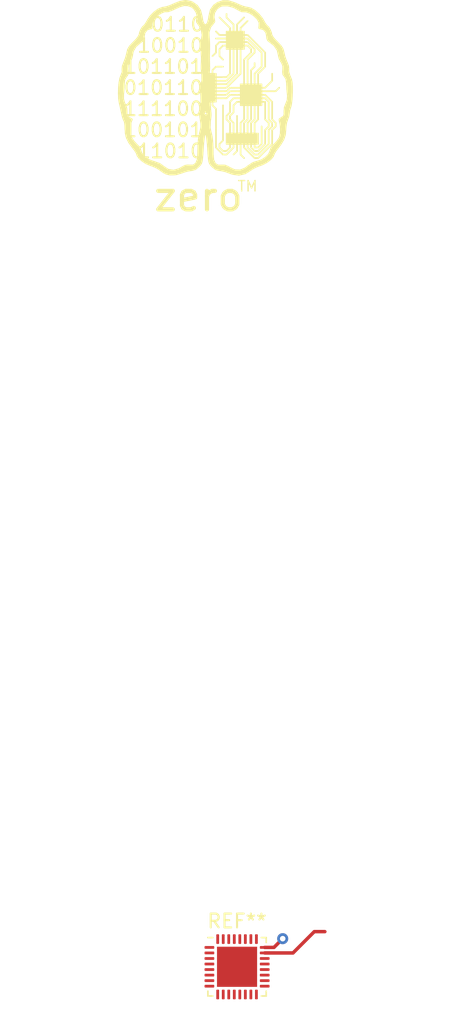
<source format=kicad_pcb>
(kicad_pcb (version 20171130) (host pcbnew "(5.1.12)-1")

  (general
    (thickness 1.6)
    (drawings 0)
    (tracks 7)
    (zones 0)
    (modules 2)
    (nets 1)
  )

  (page A4)
  (layers
    (0 F.Cu signal)
    (31 B.Cu signal)
    (32 B.Adhes user)
    (33 F.Adhes user)
    (34 B.Paste user)
    (35 F.Paste user)
    (36 B.SilkS user)
    (37 F.SilkS user)
    (38 B.Mask user)
    (39 F.Mask user)
    (40 Dwgs.User user)
    (41 Cmts.User user)
    (42 Eco1.User user)
    (43 Eco2.User user)
    (44 Edge.Cuts user)
    (45 Margin user)
    (46 B.CrtYd user)
    (47 F.CrtYd user)
    (48 B.Fab user)
    (49 F.Fab user)
  )

  (setup
    (last_trace_width 0.25)
    (trace_clearance 0.2)
    (zone_clearance 0.508)
    (zone_45_only no)
    (trace_min 0.2)
    (via_size 0.8)
    (via_drill 0.4)
    (via_min_size 0.4)
    (via_min_drill 0.3)
    (uvia_size 0.3)
    (uvia_drill 0.1)
    (uvias_allowed no)
    (uvia_min_size 0.2)
    (uvia_min_drill 0.1)
    (edge_width 0.05)
    (segment_width 0.2)
    (pcb_text_width 0.3)
    (pcb_text_size 1.5 1.5)
    (mod_edge_width 0.12)
    (mod_text_size 1 1)
    (mod_text_width 0.15)
    (pad_size 1.524 1.524)
    (pad_drill 0.762)
    (pad_to_mask_clearance 0)
    (aux_axis_origin 0 0)
    (visible_elements FFFFFF7F)
    (pcbplotparams
      (layerselection 0x010fc_ffffffff)
      (usegerberextensions false)
      (usegerberattributes true)
      (usegerberadvancedattributes true)
      (creategerberjobfile true)
      (excludeedgelayer true)
      (linewidth 0.100000)
      (plotframeref false)
      (viasonmask false)
      (mode 1)
      (useauxorigin false)
      (hpglpennumber 1)
      (hpglpenspeed 20)
      (hpglpendiameter 15.000000)
      (psnegative false)
      (psa4output false)
      (plotreference true)
      (plotvalue true)
      (plotinvisibletext false)
      (padsonsilk false)
      (subtractmaskfromsilk false)
      (outputformat 1)
      (mirror false)
      (drillshape 1)
      (scaleselection 1)
      (outputdirectory ""))
  )

  (net 0 "")

  (net_class Default "This is the default net class."
    (clearance 0.2)
    (trace_width 0.25)
    (via_dia 0.8)
    (via_drill 0.4)
    (uvia_dia 0.3)
    (uvia_drill 0.1)
  )

  (module logocircuit:brain (layer F.Cu) (tedit 628E04C4) (tstamp 628F59C7)
    (at 154.686 26.924)
    (fp_text reference G*** (at -0.508 -7.112) (layer F.SilkS) hide
      (effects (font (size 1.524 1.524) (thickness 0.3)))
    )
    (fp_text value LOGO (at -0.254 -9.398) (layer F.SilkS) hide
      (effects (font (size 1.524 1.524) (thickness 0.3)))
    )
    (fp_text user TM (at 3.048 7.112) (layer F.SilkS)
      (effects (font (size 0.75 0.75) (thickness 0.1)))
    )
    (fp_text user zero (at -0.508 7.874) (layer F.SilkS)
      (effects (font (size 2 2) (thickness 0.3)))
    )
    (fp_text user 11010 (at -2.54 4.572) (layer F.SilkS)
      (effects (font (size 1 1) (thickness 0.15)))
    )
    (fp_text user 100101 (at -3.048 3.048) (layer F.SilkS)
      (effects (font (size 1 1) (thickness 0.15)))
    )
    (fp_text user 111100 (at -3.048 1.524) (layer F.SilkS)
      (effects (font (size 1 1) (thickness 0.15)))
    )
    (fp_text user 010110 (at -3.048 0) (layer F.SilkS)
      (effects (font (size 1 1) (thickness 0.15)))
    )
    (fp_text user 101101 (at -3.048 -1.524) (layer F.SilkS)
      (effects (font (size 1 1) (thickness 0.15)))
    )
    (fp_text user 10010 (at -2.54 -3.048) (layer F.SilkS)
      (effects (font (size 1 1) (thickness 0.15)))
    )
    (fp_text user 0110 (at -2.032 -4.572) (layer F.SilkS)
      (effects (font (size 1 1) (thickness 0.15)))
    )
    (fp_poly (pts (xy -1.045911 -6.268262) (xy -0.926966 -6.221031) (xy -0.573585 -5.973217) (xy -0.329473 -5.613165)
      (xy -0.219494 -5.194311) (xy -0.158729 -4.826946) (xy -0.072164 -4.622602) (xy 0.02536 -4.581582)
      (xy 0.118997 -4.704191) (xy 0.193907 -4.990732) (xy 0.218733 -5.185346) (xy 0.329893 -5.63864)
      (xy 0.568685 -5.982875) (xy 0.863326 -6.189166) (xy 1.254673 -6.318736) (xy 1.673699 -6.311666)
      (xy 2.147245 -6.165746) (xy 2.362362 -6.065787) (xy 2.650458 -5.941546) (xy 2.917019 -5.860289)
      (xy 3.048374 -5.842) (xy 3.31279 -5.773451) (xy 3.613292 -5.591517) (xy 3.905431 -5.331772)
      (xy 4.144761 -5.029788) (xy 4.213581 -4.90945) (xy 4.340153 -4.684761) (xy 4.449565 -4.533993)
      (xy 4.490529 -4.500851) (xy 4.594766 -4.401495) (xy 4.709154 -4.209163) (xy 4.797766 -3.993825)
      (xy 4.825999 -3.847503) (xy 4.884045 -3.720619) (xy 5.035873 -3.525303) (xy 5.238246 -3.314132)
      (xy 5.485144 -3.055935) (xy 5.62694 -2.836933) (xy 5.698314 -2.600744) (xy 5.706156 -2.553398)
      (xy 5.785469 -2.227691) (xy 5.908948 -1.899862) (xy 5.933086 -1.850083) (xy 6.033513 -1.591196)
      (xy 6.058465 -1.382087) (xy 6.051406 -1.347547) (xy 6.054238 -1.166273) (xy 6.128776 -0.913375)
      (xy 6.167975 -0.823196) (xy 6.2499 -0.618123) (xy 6.298464 -0.395451) (xy 6.31955 -0.107683)
      (xy 6.319037 0.292678) (xy 6.31709 0.381) (xy 6.298545 0.762611) (xy 6.265369 1.096488)
      (xy 6.22307 1.335571) (xy 6.196344 1.4126) (xy 6.118837 1.64196) (xy 6.095478 1.835933)
      (xy 6.054481 2.088462) (xy 5.968478 2.316844) (xy 5.895103 2.54347) (xy 5.849464 2.849852)
      (xy 5.842 3.019549) (xy 5.80874 3.404717) (xy 5.694658 3.753024) (xy 5.478297 4.116305)
      (xy 5.281123 4.374582) (xy 5.120538 4.588305) (xy 5.016858 4.755896) (xy 4.995333 4.816136)
      (xy 4.923565 4.998186) (xy 4.735797 5.208453) (xy 4.473336 5.412473) (xy 4.177486 5.575781)
      (xy 4.011694 5.636874) (xy 3.703486 5.75093) (xy 3.424827 5.894322) (xy 3.31279 5.972912)
      (xy 2.881615 6.242692) (xy 2.426166 6.345245) (xy 1.943088 6.281001) (xy 1.681412 6.182526)
      (xy 1.391608 6.078437) (xy 1.108452 6.018646) (xy 1.028699 6.013192) (xy 0.76713 5.958507)
      (xy 0.513994 5.778907) (xy 0.469306 5.735573) (xy 0.353631 5.614429) (xy 0.273833 5.50066)
      (xy 0.220784 5.358794) (xy 0.18536 5.15336) (xy 0.158435 4.848887) (xy 0.131678 4.423239)
      (xy 0.102691 4.026936) (xy 0.068665 3.700572) (xy 0.033707 3.476494) (xy 0.001928 3.38705)
      (xy 0 3.386666) (xy -0.031417 3.465857) (xy -0.066289 3.681865) (xy -0.100508 4.002343)
      (xy -0.129965 4.394944) (xy -0.131679 4.423239) (xy -0.159101 4.8583) (xy -0.186131 5.159766)
      (xy -0.221896 5.36311) (xy -0.275521 5.503803) (xy -0.356132 5.617316) (xy -0.469307 5.735573)
      (xy -0.726618 5.938401) (xy -0.982813 6.011576) (xy -1.0287 6.013192) (xy -1.28407 6.050539)
      (xy -1.583509 6.14189) (xy -1.681413 6.182526) (xy -2.131011 6.317891) (xy -2.577395 6.330319)
      (xy -2.867676 6.25893) (xy -3.07112 6.14831) (xy -3.294882 5.987793) (xy -3.311192 5.974257)
      (xy -3.535552 5.831912) (xy -3.838371 5.695554) (xy -4.011695 5.636874) (xy -4.308167 5.511669)
      (xy -4.594514 5.326339) (xy -4.829432 5.115351) (xy -4.971614 4.91317) (xy -4.995334 4.816136)
      (xy -5.045052 4.704934) (xy -5.172602 4.51527) (xy -5.281124 4.374582) (xy -5.567783 3.984037)
      (xy -5.741816 3.641094) (xy -5.825374 3.290849) (xy -5.842001 2.984471) (xy -5.854552 2.70321)
      (xy -5.887 2.489961) (xy -5.92016 2.408766) (xy -5.981148 2.283941) (xy -6.049723 2.055151)
      (xy -6.08383 1.905) (xy -6.156051 1.566637) (xy -6.234685 1.225433) (xy -6.259385 1.125004)
      (xy -6.309379 0.806344) (xy -6.310653 0.778638) (xy -5.903992 0.778638) (xy -5.828102 1.060259)
      (xy -5.777603 1.165454) (xy -5.658742 1.506921) (xy -5.650579 1.750552) (xy -5.65218 1.958282)
      (xy -5.555983 2.082248) (xy -5.490672 2.120604) (xy -5.316693 2.21608) (xy -5.263137 2.288305)
      (xy -5.302435 2.396321) (xy -5.334196 2.455699) (xy -5.413635 2.732447) (xy -5.425639 3.084129)
      (xy -5.372418 3.431328) (xy -5.301764 3.621142) (xy -5.144391 3.850602) (xy -4.935519 4.071936)
      (xy -4.913708 4.090782) (xy -4.747009 4.275098) (xy -4.6602 4.45708) (xy -4.656667 4.490333)
      (xy -4.581933 4.715496) (xy -4.386669 4.945821) (xy -4.114277 5.144056) (xy -3.808164 5.27295)
      (xy -3.72331 5.291376) (xy -3.287579 5.449533) (xy -3.02659 5.640719) (xy -2.672442 5.869657)
      (xy -2.305422 5.929846) (xy -1.924111 5.821369) (xy -1.746987 5.717215) (xy -1.480939 5.574834)
      (xy -1.247017 5.548901) (xy -1.182541 5.558925) (xy -0.906519 5.559166) (xy -0.718296 5.426493)
      (xy -0.612397 5.153864) (xy -0.58295 4.787449) (xy -0.574126 4.220078) (xy -0.545739 3.780654)
      (xy -0.493792 3.428506) (xy -0.421496 3.14583) (xy -0.356514 2.857985) (xy -0.359743 2.573915)
      (xy -0.403908 2.316305) (xy -0.455501 1.922897) (xy -0.444418 1.829869) (xy -0.055563 1.829869)
      (xy -0.042334 1.862666) (xy 0.033748 1.943437) (xy 0.04733 1.947333) (xy 0.083695 1.881827)
      (xy 0.084666 1.862666) (xy 0.019578 1.781253) (xy -0.004997 1.778) (xy -0.055563 1.829869)
      (xy -0.444418 1.829869) (xy -0.423017 1.650238) (xy -0.421535 1.646269) (xy -0.381628 1.453276)
      (xy -0.35906 1.16562) (xy -0.3534 0.835847) (xy -0.364215 0.516498) (xy -0.391072 0.260118)
      (xy -0.43354 0.119251) (xy -0.434109 0.118518) (xy -0.449893 -0.021867) (xy -0.374459 -0.241606)
      (xy -0.370715 -0.24918) (xy -0.279607 -0.537263) (xy -0.280139 -0.564643) (xy 0.276357 -0.564643)
      (xy 0.358298 -0.274841) (xy 0.370714 -0.24918) (xy 0.454792 -0.005995) (xy 0.423588 0.126692)
      (xy 0.395876 0.244297) (xy 0.379963 0.485884) (xy 0.375491 0.80654) (xy 0.382102 1.161349)
      (xy 0.399439 1.505399) (xy 0.427143 1.793774) (xy 0.437414 1.862666) (xy 0.436193 2.017636)
      (xy 0.408844 2.265857) (xy 0.387802 2.400259) (xy 0.367537 2.882435) (xy 0.426418 3.162259)
      (xy 0.50182 3.466673) (xy 0.550527 3.828244) (xy 0.576288 4.285901) (xy 0.582949 4.787449)
      (xy 0.620128 5.190677) (xy 0.734755 5.447672) (xy 0.932304 5.56548) (xy 1.18254 5.558925)
      (xy 1.419448 5.55759) (xy 1.670427 5.66764) (xy 1.746986 5.717215) (xy 2.134047 5.901957)
      (xy 2.505361 5.918254) (xy 2.864786 5.765855) (xy 3.03316 5.633667) (xy 3.422886 5.37289)
      (xy 3.731904 5.281305) (xy 4.036678 5.181167) (xy 4.320705 5.00097) (xy 4.540109 4.778106)
      (xy 4.651014 4.549965) (xy 4.656666 4.493213) (xy 4.717375 4.329094) (xy 4.869818 4.131631)
      (xy 4.942566 4.061802) (xy 5.147901 3.845062) (xy 5.305417 3.616054) (xy 5.332032 3.56075)
      (xy 5.386961 3.307446) (xy 5.39979 2.97122) (xy 5.372448 2.63266) (xy 5.306862 2.372353)
      (xy 5.303412 2.36458) (xy 5.310106 2.237906) (xy 5.466985 2.129344) (xy 5.62175 2.029192)
      (xy 5.663589 1.883381) (xy 5.65133 1.75568) (xy 5.677041 1.423431) (xy 5.777602 1.165454)
      (xy 5.888182 0.87835) (xy 5.905167 0.574163) (xy 5.891896 0.444538) (xy 5.859826 0.111329)
      (xy 5.843823 -0.222869) (xy 5.843401 -0.302236) (xy 5.799247 -0.619046) (xy 5.683787 -0.79427)
      (xy 5.576107 -0.941429) (xy 5.552988 -1.147018) (xy 5.566301 -1.280666) (xy 5.570697 -1.567387)
      (xy 5.476156 -1.798915) (xy 5.430547 -1.864705) (xy 5.305662 -2.09438) (xy 5.249567 -2.317617)
      (xy 5.249333 -2.32911) (xy 5.169631 -2.687844) (xy 4.949292 -3.014611) (xy 4.701052 -3.216065)
      (xy 4.499931 -3.368126) (xy 4.415429 -3.530824) (xy 4.402666 -3.683858) (xy 4.342927 -3.974827)
      (xy 4.181664 -4.169126) (xy 3.966558 -4.233334) (xy 3.850919 -4.259762) (xy 3.830898 -4.371353)
      (xy 3.849809 -4.475842) (xy 3.854681 -4.690567) (xy 3.747165 -4.899659) (xy 3.688187 -4.973728)
      (xy 3.460232 -5.187786) (xy 3.194241 -5.356491) (xy 2.942016 -5.453004) (xy 2.762396 -5.453402)
      (xy 2.609812 -5.464988) (xy 2.410792 -5.560136) (xy 2.385908 -5.577148) (xy 2.00999 -5.779362)
      (xy 1.611616 -5.885355) (xy 1.246274 -5.883684) (xy 1.100944 -5.842115) (xy 0.847047 -5.661019)
      (xy 0.684941 -5.395882) (xy 0.641877 -5.102693) (xy 0.6733 -4.963609) (xy 0.706665 -4.772317)
      (xy 0.624828 -4.648225) (xy 0.400719 -4.362442) (xy 0.287709 -4.003653) (xy 0.29138 -3.735317)
      (xy 0.317882 -3.48267) (xy 0.331441 -3.145117) (xy 0.330595 -2.878667) (xy 0.322548 -2.381244)
      (xy 0.323622 -1.920747) (xy 0.333491 -1.553697) (xy 0.338773 -1.4605) (xy 0.333066 -1.289264)
      (xy 0.306737 -1.031677) (xy 0.291355 -0.918032) (xy 0.276357 -0.564643) (xy -0.280139 -0.564643)
      (xy -0.286305 -0.881621) (xy -0.291356 -0.918032) (xy -0.324196 -1.18778) (xy -0.339354 -1.40481)
      (xy -0.338774 -1.4605) (xy -0.321772 -2.118113) (xy -0.351931 -2.81811) (xy -0.353376 -2.836334)
      (xy -0.362478 -3.143282) (xy -0.34336 -3.405156) (xy -0.313451 -3.528355) (xy -0.268801 -3.809222)
      (xy -0.328367 -4.141799) (xy -0.476672 -4.458008) (xy -0.546018 -4.551431) (xy -0.676572 -4.745654)
      (xy -0.684096 -4.893403) (xy -0.663958 -4.937575) (xy -0.625396 -5.159838) (xy -0.695146 -5.42261)
      (xy -0.847384 -5.663052) (xy -1.018848 -5.80114) (xy -1.272259 -5.89908) (xy -1.524652 -5.910781)
      (xy -1.822312 -5.830915) (xy -2.186369 -5.666779) (xy -2.458766 -5.543585) (xy -2.675744 -5.469069)
      (xy -2.790917 -5.459114) (xy -2.791621 -5.45953) (xy -2.936481 -5.462537) (xy -3.156029 -5.376649)
      (xy -3.401139 -5.228486) (xy -3.622683 -5.044667) (xy -3.688188 -4.973728) (xy -3.834826 -4.751733)
      (xy -3.861805 -4.546505) (xy -3.84981 -4.475842) (xy -3.83029 -4.302613) (xy -3.894571 -4.239095)
      (xy -3.966559 -4.233334) (xy -4.197496 -4.158066) (xy -4.351707 -3.954882) (xy -4.402667 -3.683858)
      (xy -4.431898 -3.474786) (xy -4.548221 -3.322642) (xy -4.701053 -3.216065) (xy -5.010631 -2.94506)
      (xy -5.201284 -2.606964) (xy -5.249334 -2.32911) (xy -5.299541 -2.110069) (xy -5.421313 -1.877479)
      (xy -5.430548 -1.864705) (xy -5.555764 -1.631633) (xy -5.576005 -1.369351) (xy -5.566302 -1.280666)
      (xy -5.555914 -1.025034) (xy -5.622472 -0.859354) (xy -5.683788 -0.79427) (xy -5.812617 -0.577833)
      (xy -5.843402 -0.302236) (xy -5.85309 0.007587) (xy -5.881322 0.354562) (xy -5.891897 0.444538)
      (xy -5.903992 0.778638) (xy -6.310653 0.778638) (xy -6.327461 0.413376) (xy -6.316387 -0.003962)
      (xy -6.27891 -0.395734) (xy -6.217783 -0.711999) (xy -6.14853 -0.885321) (xy -6.05241 -1.140367)
      (xy -6.05868 -1.302162) (xy -6.050732 -1.537371) (xy -5.94468 -1.829434) (xy -5.943533 -1.831702)
      (xy -5.820801 -2.136663) (xy -5.72823 -2.474574) (xy -5.716217 -2.54) (xy -5.65186 -2.790101)
      (xy -5.527172 -3.007611) (xy -5.30659 -3.250391) (xy -5.240404 -3.314132) (xy -5.029308 -3.534083)
      (xy -4.880042 -3.727204) (xy -4.826001 -3.847503) (xy -4.786196 -4.028677) (xy -4.690734 -4.24504)
      (xy -4.57554 -4.426624) (xy -4.49053 -4.500851) (xy -4.405926 -4.587724) (xy -4.28473 -4.777186)
      (xy -4.213582 -4.90945) (xy -4.006538 -5.218224) (xy -3.729522 -5.498495) (xy -3.426982 -5.71469)
      (xy -3.143364 -5.831237) (xy -3.048375 -5.842001) (xy -2.838569 -5.879933) (xy -2.557279 -5.977378)
      (xy -2.367842 -6.063036) (xy -1.86889 -6.26642) (xy -1.437788 -6.333783) (xy -1.045911 -6.268262)) (layer F.SilkS) (width 0.01))
    (fp_poly (pts (xy 0.762 1.016) (xy 0 1.016) (xy 0 -1.016) (xy 0.762 -1.016)) (layer F.SilkS) (width 0.1))
    (fp_line (start 0.762 -0.762) (end 1.27 -0.762) (layer F.SilkS) (width 0.12))
    (fp_line (start 0.762 -0.508) (end 1.27 -0.508) (layer F.SilkS) (width 0.12))
    (fp_line (start 1.27 -0.508) (end 1.524 -0.508) (layer F.SilkS) (width 0.12))
    (fp_poly (pts (xy 2.794 -2.794) (xy 1.524 -2.794) (xy 1.524 -4.064) (xy 2.794 -4.064)) (layer F.SilkS) (width 0.1))
    (fp_poly (pts (xy 4.064 1.27) (xy 2.54 1.27) (xy 2.54 -0.254) (xy 4.064 -0.254)) (layer F.SilkS) (width 0.1))
    (fp_line (start 1.778 -2.794) (end 1.778 -1.016) (layer F.SilkS) (width 0.12))
    (fp_line (start 1.524 -0.762) (end 1.27 -0.762) (layer F.SilkS) (width 0.12))
    (fp_line (start 1.27 -0.762) (end 1.524 -0.762) (layer F.SilkS) (width 0.12))
    (fp_line (start 1.524 -0.762) (end 1.778 -1.016) (layer F.SilkS) (width 0.12))
    (fp_line (start 1.524 -0.508) (end 2.032 -1.016) (layer F.SilkS) (width 0.12))
    (fp_line (start 2.032 -1.016) (end 2.032 -2.794) (layer F.SilkS) (width 0.12))
    (fp_line (start 2.286 -2.794) (end 2.286 -1.016) (layer F.SilkS) (width 0.12))
    (fp_line (start 2.286 -1.016) (end 1.524 -0.254) (layer F.SilkS) (width 0.12))
    (fp_line (start 1.524 -0.254) (end 0.762 -0.254) (layer F.SilkS) (width 0.12))
    (fp_line (start 0.762 -0.254) (end 0.762 0) (layer F.SilkS) (width 0.12))
    (fp_line (start 0.762 0) (end 1.524 0) (layer F.SilkS) (width 0.12))
    (fp_line (start 1.524 0) (end 2.54 -1.016) (layer F.SilkS) (width 0.12))
    (fp_line (start 2.54 -1.016) (end 2.54 -3.048) (layer F.SilkS) (width 0.12))
    (fp_line (start 1.524 -3.048) (end 1.27 -3.048) (layer F.SilkS) (width 0.12))
    (fp_line (start 1.524 -3.302) (end 1.27 -3.302) (layer F.SilkS) (width 0.12))
    (fp_line (start 1.524 -3.556) (end 0.762 -3.556) (layer F.SilkS) (width 0.12))
    (fp_line (start 1.524 -3.81) (end 1.016 -3.81) (layer F.SilkS) (width 0.12))
    (fp_line (start 1.016 -3.81) (end 0.762 -4.064) (layer F.SilkS) (width 0.12))
    (fp_line (start 2.794 -3.048) (end 3.048 -3.048) (layer F.SilkS) (width 0.12))
    (fp_line (start 3.048 -3.048) (end 3.302 -2.794) (layer F.SilkS) (width 0.12))
    (fp_line (start 3.302 -2.794) (end 3.302 -2.54) (layer F.SilkS) (width 0.12))
    (fp_line (start 3.302 -2.54) (end 3.048 -2.286) (layer F.SilkS) (width 0.12))
    (fp_line (start 3.048 -2.286) (end 2.794 -2.032) (layer F.SilkS) (width 0.12))
    (fp_line (start 3.048 -1.778) (end 3.048 -2.032) (layer F.SilkS) (width 0.12))
    (fp_line (start 3.048 -2.032) (end 3.556 -2.54) (layer F.SilkS) (width 0.12))
    (fp_line (start 3.556 -2.54) (end 3.556 -2.794) (layer F.SilkS) (width 0.12))
    (fp_line (start 3.556 -2.794) (end 3.048 -3.302) (layer F.SilkS) (width 0.12))
    (fp_line (start 3.048 -3.302) (end 2.54 -3.302) (layer F.SilkS) (width 0.12))
    (fp_line (start 2.794 -3.556) (end 3.048 -3.556) (layer F.SilkS) (width 0.12))
    (fp_line (start 3.048 -3.556) (end 3.81 -2.794) (layer F.SilkS) (width 0.12))
    (fp_line (start 4.064 -2.794) (end 3.048 -3.81) (layer F.SilkS) (width 0.12))
    (fp_line (start 3.048 -3.81) (end 2.794 -3.81) (layer F.SilkS) (width 0.12))
    (fp_line (start 1.778 -4.064) (end 1.778 -4.318) (layer F.SilkS) (width 0.12))
    (fp_line (start 1.778 -4.318) (end 1.016 -5.08) (layer F.SilkS) (width 0.12))
    (fp_line (start 2.032 -4.064) (end 2.032 -4.572) (layer F.SilkS) (width 0.12))
    (fp_line (start 2.032 -4.572) (end 1.524 -5.08) (layer F.SilkS) (width 0.12))
    (fp_line (start 2.286 -4.064) (end 2.286 -4.572) (layer F.SilkS) (width 0.12))
    (fp_line (start 2.286 -4.572) (end 2.794 -5.08) (layer F.SilkS) (width 0.12))
    (fp_line (start 2.54 -4.064) (end 2.54 -4.318) (layer F.SilkS) (width 0.12))
    (fp_line (start 2.54 -4.318) (end 3.048 -4.826) (layer F.SilkS) (width 0.12))
    (fp_line (start 1.524 -5.08) (end 1.524 -5.334) (layer F.SilkS) (width 0.12))
    (fp_line (start 0.762 0.254) (end 1.27 0.254) (layer F.SilkS) (width 0.12))
    (fp_line (start 0.762 0.508) (end 1.27 0.508) (layer F.SilkS) (width 0.12))
    (fp_line (start 0.762 0.762) (end 1.27 0.762) (layer F.SilkS) (width 0.12))
    (fp_line (start 0.508 1.016) (end 0.508 1.27) (layer F.SilkS) (width 0.12))
    (fp_line (start 0.508 1.27) (end 0.762 1.524) (layer F.SilkS) (width 0.12))
    (fp_line (start 0.762 1.524) (end 0.762 3.048) (layer F.SilkS) (width 0.12))
    (fp_line (start 1.27 -3.048) (end 1.016 -2.794) (layer F.SilkS) (width 0.12))
    (fp_line (start 1.016 -2.794) (end 1.016 -2.54) (layer F.SilkS) (width 0.12))
    (fp_line (start 1.016 -2.54) (end 1.016 -2.286) (layer F.SilkS) (width 0.12))
    (fp_line (start 1.016 -2.286) (end 1.27 -2.032) (layer F.SilkS) (width 0.12))
    (fp_line (start 0.508 -1.016) (end 0.508 -1.27) (layer F.SilkS) (width 0.12))
    (fp_line (start 0.508 -1.27) (end 0.762 -1.524) (layer F.SilkS) (width 0.12))
    (fp_line (start 0.762 -1.524) (end 1.27 -1.524) (layer F.SilkS) (width 0.12))
    (fp_line (start 1.27 -3.302) (end 1.016 -3.302) (layer F.SilkS) (width 0.12))
    (fp_line (start 1.016 -3.302) (end 0.762 -3.048) (layer F.SilkS) (width 0.12))
    (fp_line (start 0.762 -3.048) (end 0.762 -2.54) (layer F.SilkS) (width 0.12))
    (fp_line (start 0.762 -2.54) (end 0.508 -2.286) (layer F.SilkS) (width 0.12))
    (fp_poly (pts (xy 3.81 4.064) (xy 1.524 4.064) (xy 1.524 3.302) (xy 3.81 3.302)) (layer F.SilkS) (width 0.1))
    (fp_line (start 2.54 0) (end 2.286 0) (layer F.SilkS) (width 0.12))
    (fp_line (start 2.286 0.254) (end 2.54 0.254) (layer F.SilkS) (width 0.12))
    (fp_line (start 2.286 0.508) (end 2.54 0.508) (layer F.SilkS) (width 0.12))
    (fp_line (start 2.286 0.762) (end 2.54 0.762) (layer F.SilkS) (width 0.12))
    (fp_line (start 2.286 1.016) (end 2.54 1.016) (layer F.SilkS) (width 0.12))
    (fp_line (start 2.794 1.27) (end 2.794 1.524) (layer F.SilkS) (width 0.12))
    (fp_line (start 3.048 1.27) (end 3.048 1.524) (layer F.SilkS) (width 0.12))
    (fp_line (start 3.302 1.27) (end 3.302 1.524) (layer F.SilkS) (width 0.12))
    (fp_line (start 3.556 1.27) (end 3.556 1.524) (layer F.SilkS) (width 0.12))
    (fp_line (start 3.81 1.27) (end 3.81 1.524) (layer F.SilkS) (width 0.12))
    (fp_line (start 4.064 1.016) (end 4.318 1.016) (layer F.SilkS) (width 0.12))
    (fp_line (start 4.064 0.762) (end 4.318 0.762) (layer F.SilkS) (width 0.12))
    (fp_line (start 4.064 0.508) (end 4.318 0.508) (layer F.SilkS) (width 0.12))
    (fp_line (start 4.064 0.254) (end 4.318 0.254) (layer F.SilkS) (width 0.12))
    (fp_line (start 4.064 0) (end 4.318 0) (layer F.SilkS) (width 0.12))
    (fp_line (start 3.81 -0.254) (end 3.81 -0.508) (layer F.SilkS) (width 0.12))
    (fp_line (start 3.556 -0.254) (end 3.556 -0.508) (layer F.SilkS) (width 0.12))
    (fp_line (start 3.302 -0.254) (end 3.302 -0.508) (layer F.SilkS) (width 0.12))
    (fp_line (start 3.048 -0.254) (end 3.048 -0.508) (layer F.SilkS) (width 0.12))
    (fp_line (start 2.794 -0.508) (end 2.794 -0.254) (layer F.SilkS) (width 0.12))
    (fp_line (start 1.778 3.048) (end 1.778 3.302) (layer F.SilkS) (width 0.12))
    (fp_line (start 1.778 3.302) (end 2.032 3.302) (layer F.SilkS) (width 0.12))
    (fp_line (start 2.032 3.302) (end 2.032 3.048) (layer F.SilkS) (width 0.12))
    (fp_line (start 2.286 3.048) (end 2.286 3.302) (layer F.SilkS) (width 0.12))
    (fp_line (start 2.286 3.302) (end 2.54 3.302) (layer F.SilkS) (width 0.12))
    (fp_line (start 2.54 3.302) (end 2.54 3.048) (layer F.SilkS) (width 0.12))
    (fp_line (start 2.794 3.048) (end 2.794 3.302) (layer F.SilkS) (width 0.12))
    (fp_line (start 2.794 3.302) (end 3.048 3.302) (layer F.SilkS) (width 0.12))
    (fp_line (start 3.048 3.302) (end 3.048 3.048) (layer F.SilkS) (width 0.12))
    (fp_line (start 3.302 3.048) (end 3.302 3.302) (layer F.SilkS) (width 0.12))
    (fp_line (start 3.302 3.302) (end 3.556 3.302) (layer F.SilkS) (width 0.12))
    (fp_line (start 3.556 3.302) (end 3.556 3.048) (layer F.SilkS) (width 0.12))
    (fp_line (start 1.778 4.318) (end 1.778 4.064) (layer F.SilkS) (width 0.12))
    (fp_line (start 1.778 4.064) (end 2.032 4.064) (layer F.SilkS) (width 0.12))
    (fp_line (start 2.032 4.064) (end 2.032 4.318) (layer F.SilkS) (width 0.12))
    (fp_line (start 2.286 4.318) (end 2.286 4.064) (layer F.SilkS) (width 0.12))
    (fp_line (start 2.286 4.064) (end 2.54 4.064) (layer F.SilkS) (width 0.12))
    (fp_line (start 2.54 4.064) (end 2.54 4.318) (layer F.SilkS) (width 0.12))
    (fp_line (start 2.794 4.318) (end 2.794 4.064) (layer F.SilkS) (width 0.12))
    (fp_line (start 2.794 4.064) (end 3.048 4.064) (layer F.SilkS) (width 0.12))
    (fp_line (start 3.048 4.064) (end 3.048 4.318) (layer F.SilkS) (width 0.12))
    (fp_line (start 3.302 4.318) (end 3.302 4.064) (layer F.SilkS) (width 0.12))
    (fp_line (start 3.302 4.064) (end 3.556 4.064) (layer F.SilkS) (width 0.12))
    (fp_line (start 3.556 4.064) (end 3.556 4.318) (layer F.SilkS) (width 0.12))
    (fp_line (start 2.794 -2.032) (end 2.794 -0.508) (layer F.SilkS) (width 0.12))
    (fp_line (start 3.048 -1.778) (end 3.048 -0.508) (layer F.SilkS) (width 0.12))
    (fp_line (start 3.81 -2.794) (end 4.064 -2.54) (layer F.SilkS) (width 0.12))
    (fp_line (start 4.064 -2.54) (end 4.064 -1.524) (layer F.SilkS) (width 0.12))
    (fp_line (start 4.064 -1.524) (end 3.81 -1.27) (layer F.SilkS) (width 0.12))
    (fp_line (start 3.81 -1.27) (end 3.556 -1.016) (layer F.SilkS) (width 0.12))
    (fp_line (start 3.556 -1.016) (end 3.556 -0.508) (layer F.SilkS) (width 0.12))
    (fp_line (start 3.81 -0.508) (end 3.81 -1.016) (layer F.SilkS) (width 0.12))
    (fp_line (start 3.81 -1.016) (end 4.318 -1.524) (layer F.SilkS) (width 0.12))
    (fp_line (start 4.318 -1.524) (end 4.318 -2.54) (layer F.SilkS) (width 0.12))
    (fp_line (start 4.318 -2.54) (end 4.064 -2.794) (layer F.SilkS) (width 0.12))
    (fp_line (start 3.302 -0.508) (end 3.302 -1.016) (layer F.SilkS) (width 0.12))
    (fp_line (start 3.302 -1.016) (end 3.302 -1.27) (layer F.SilkS) (width 0.12))
    (fp_line (start 3.302 -1.27) (end 3.556 -1.524) (layer F.SilkS) (width 0.12))
    (fp_line (start 3.556 -1.524) (end 3.556 -1.778) (layer F.SilkS) (width 0.12))
    (fp_line (start 1.27 0.254) (end 1.524 0.254) (layer F.SilkS) (width 0.12))
    (fp_line (start 1.524 0.254) (end 1.778 0) (layer F.SilkS) (width 0.12))
    (fp_line (start 1.778 0) (end 2.286 0) (layer F.SilkS) (width 0.12))
    (fp_line (start 1.27 0.508) (end 1.524 0.508) (layer F.SilkS) (width 0.12))
    (fp_line (start 1.524 0.508) (end 1.778 0.254) (layer F.SilkS) (width 0.12))
    (fp_line (start 1.778 0.254) (end 2.286 0.254) (layer F.SilkS) (width 0.12))
    (fp_line (start 1.27 0.762) (end 1.524 0.762) (layer F.SilkS) (width 0.12))
    (fp_line (start 1.524 0.762) (end 1.778 0.508) (layer F.SilkS) (width 0.12))
    (fp_line (start 1.778 0.508) (end 2.286 0.508) (layer F.SilkS) (width 0.12))
    (fp_line (start 2.286 0.762) (end 2.032 0.762) (layer F.SilkS) (width 0.12))
    (fp_line (start 2.032 0.762) (end 1.778 1.016) (layer F.SilkS) (width 0.12))
    (fp_line (start 2.286 1.016) (end 2.032 1.27) (layer F.SilkS) (width 0.12))
    (fp_line (start 2.286 3.048) (end 2.286 2.286) (layer F.SilkS) (width 0.12))
    (fp_line (start 2.032 3.048) (end 2.032 2.54) (layer F.SilkS) (width 0.12))
    (fp_line (start 2.032 1.524) (end 2.032 1.27) (layer F.SilkS) (width 0.12))
    (fp_line (start 1.778 1.016) (end 1.778 1.524) (layer F.SilkS) (width 0.12))
    (fp_line (start 1.778 2.54) (end 1.778 3.048) (layer F.SilkS) (width 0.12))
    (fp_line (start 2.286 2.032) (end 2.286 2.286) (layer F.SilkS) (width 0.12))
    (fp_line (start 2.54 3.048) (end 2.54 2.54) (layer F.SilkS) (width 0.12))
    (fp_line (start 2.54 2.54) (end 2.794 2.286) (layer F.SilkS) (width 0.12))
    (fp_line (start 2.794 2.286) (end 2.794 1.778) (layer F.SilkS) (width 0.12))
    (fp_line (start 2.794 1.524) (end 2.794 1.778) (layer F.SilkS) (width 0.12))
    (fp_line (start 3.048 1.524) (end 3.048 2.286) (layer F.SilkS) (width 0.12))
    (fp_line (start 3.048 2.286) (end 2.794 2.54) (layer F.SilkS) (width 0.12))
    (fp_line (start 2.794 2.54) (end 2.794 3.048) (layer F.SilkS) (width 0.12))
    (fp_line (start 3.048 3.048) (end 3.048 2.54) (layer F.SilkS) (width 0.12))
    (fp_line (start 3.048 2.54) (end 3.302 2.286) (layer F.SilkS) (width 0.12))
    (fp_line (start 3.302 2.286) (end 3.302 1.524) (layer F.SilkS) (width 0.12))
    (fp_line (start 3.302 3.048) (end 3.302 2.54) (layer F.SilkS) (width 0.12))
    (fp_line (start 3.302 2.54) (end 3.556 2.286) (layer F.SilkS) (width 0.12))
    (fp_line (start 3.556 2.286) (end 3.556 1.524) (layer F.SilkS) (width 0.12))
    (fp_line (start 3.556 3.048) (end 3.556 2.54) (layer F.SilkS) (width 0.12))
    (fp_line (start 3.556 2.54) (end 3.81 2.286) (layer F.SilkS) (width 0.12))
    (fp_line (start 3.81 2.286) (end 3.81 1.524) (layer F.SilkS) (width 0.12))
    (fp_line (start 1.778 4.318) (end 1.524 4.572) (layer F.SilkS) (width 0.12))
    (fp_line (start 1.524 4.572) (end 1.27 4.572) (layer F.SilkS) (width 0.12))
    (fp_line (start 1.27 4.572) (end 1.016 4.318) (layer F.SilkS) (width 0.12))
    (fp_line (start 1.016 4.064) (end 1.016 4.318) (layer F.SilkS) (width 0.12))
    (fp_line (start 1.016 4.318) (end 1.016 4.064) (layer F.SilkS) (width 0.12))
    (fp_line (start 1.016 4.064) (end 1.27 3.81) (layer F.SilkS) (width 0.12))
    (fp_line (start 1.27 3.81) (end 1.27 2.794) (layer F.SilkS) (width 0.12))
    (fp_line (start 1.27 2.794) (end 1.27 2.54) (layer F.SilkS) (width 0.12))
    (fp_line (start 1.27 2.54) (end 1.27 1.27) (layer F.SilkS) (width 0.12))
    (fp_line (start 0.762 3.048) (end 0.762 4.318) (layer F.SilkS) (width 0.12))
    (fp_line (start 0.762 4.318) (end 1.27 4.826) (layer F.SilkS) (width 0.12))
    (fp_line (start 1.27 4.826) (end 1.524 4.826) (layer F.SilkS) (width 0.12))
    (fp_line (start 1.524 4.826) (end 2.032 4.318) (layer F.SilkS) (width 0.12))
    (fp_line (start 3.556 4.318) (end 3.81 4.318) (layer F.SilkS) (width 0.12))
    (fp_line (start 3.81 4.318) (end 4.064 4.064) (layer F.SilkS) (width 0.12))
    (fp_line (start 4.318 1.27) (end 4.318 1.016) (layer F.SilkS) (width 0.12))
    (fp_line (start 4.064 4.064) (end 4.064 2.794) (layer F.SilkS) (width 0.12))
    (fp_line (start 3.302 4.318) (end 3.556 4.572) (layer F.SilkS) (width 0.12))
    (fp_line (start 3.556 4.572) (end 3.81 4.572) (layer F.SilkS) (width 0.12))
    (fp_line (start 3.81 4.572) (end 4.318 4.064) (layer F.SilkS) (width 0.12))
    (fp_line (start 4.318 4.064) (end 4.318 3.048) (layer F.SilkS) (width 0.12))
    (fp_line (start 4.318 3.048) (end 4.572 2.794) (layer F.SilkS) (width 0.12))
    (fp_line (start 4.572 2.794) (end 4.572 2.54) (layer F.SilkS) (width 0.12))
    (fp_line (start 4.572 2.54) (end 4.318 2.286) (layer F.SilkS) (width 0.12))
    (fp_line (start 4.318 2.286) (end 4.318 1.27) (layer F.SilkS) (width 0.12))
    (fp_line (start 2.032 1.524) (end 2.032 1.778) (layer F.SilkS) (width 0.12))
    (fp_line (start 2.032 1.778) (end 1.778 2.032) (layer F.SilkS) (width 0.12))
    (fp_line (start 1.778 2.032) (end 1.778 2.286) (layer F.SilkS) (width 0.12))
    (fp_line (start 1.778 2.286) (end 2.032 2.54) (layer F.SilkS) (width 0.12))
    (fp_line (start 1.778 1.524) (end 1.778 1.778) (layer F.SilkS) (width 0.12))
    (fp_line (start 1.778 1.778) (end 1.524 2.032) (layer F.SilkS) (width 0.12))
    (fp_line (start 1.524 2.032) (end 1.524 2.286) (layer F.SilkS) (width 0.12))
    (fp_line (start 1.524 2.286) (end 1.778 2.54) (layer F.SilkS) (width 0.12))
    (fp_line (start 3.048 4.318) (end 3.556 4.826) (layer F.SilkS) (width 0.12))
    (fp_line (start 3.556 4.826) (end 3.81 4.826) (layer F.SilkS) (width 0.12))
    (fp_line (start 3.81 4.826) (end 4.572 4.064) (layer F.SilkS) (width 0.12))
    (fp_line (start 4.572 4.064) (end 4.572 3.048) (layer F.SilkS) (width 0.12))
    (fp_line (start 4.572 3.048) (end 4.826 2.794) (layer F.SilkS) (width 0.12))
    (fp_line (start 4.826 2.794) (end 4.826 2.54) (layer F.SilkS) (width 0.12))
    (fp_line (start 4.826 2.54) (end 4.572 2.286) (layer F.SilkS) (width 0.12))
    (fp_line (start 4.572 2.286) (end 4.572 1.016) (layer F.SilkS) (width 0.12))
    (fp_line (start 4.572 1.016) (end 4.318 0.762) (layer F.SilkS) (width 0.12))
    (fp_line (start 2.794 4.318) (end 3.556 5.08) (layer F.SilkS) (width 0.12))
    (fp_line (start 3.556 5.08) (end 3.81 5.08) (layer F.SilkS) (width 0.12))
    (fp_line (start 3.81 5.08) (end 4.826 4.064) (layer F.SilkS) (width 0.12))
    (fp_line (start 4.826 4.064) (end 4.826 3.048) (layer F.SilkS) (width 0.12))
    (fp_line (start 4.826 3.048) (end 5.08 2.794) (layer F.SilkS) (width 0.12))
    (fp_line (start 5.08 2.794) (end 5.08 2.54) (layer F.SilkS) (width 0.12))
    (fp_line (start 5.08 2.54) (end 4.826 2.286) (layer F.SilkS) (width 0.12))
    (fp_line (start 4.826 2.286) (end 4.826 1.016) (layer F.SilkS) (width 0.12))
    (fp_line (start 4.826 1.016) (end 4.318 0.508) (layer F.SilkS) (width 0.12))
    (fp_line (start 2.54 4.318) (end 2.54 4.826) (layer F.SilkS) (width 0.12))
    (fp_line (start 2.54 4.826) (end 2.794 5.08) (layer F.SilkS) (width 0.12))
    (fp_line (start 2.286 4.318) (end 2.286 4.572) (layer F.SilkS) (width 0.12))
    (fp_line (start 2.286 4.572) (end 2.032 4.826) (layer F.SilkS) (width 0.12))
    (fp_line (start 4.318 0.254) (end 5.08 0.254) (layer F.SilkS) (width 0.12))
    (fp_line (start 5.08 0.254) (end 5.334 0) (layer F.SilkS) (width 0.12))
    (fp_line (start 4.318 0) (end 4.826 -0.508) (layer F.SilkS) (width 0.12))
    (fp_line (start 4.826 -0.508) (end 4.826 -1.016) (layer F.SilkS) (width 0.12))
  )

  (module Package_DFN_QFN:QFN-32-1EP_4x4mm_P0.4mm_EP2.9x2.9mm (layer F.Cu) (tedit 5DC5F6A4) (tstamp 628E508E)
    (at 156.972 90.424)
    (descr "QFN, 32 Pin (http://ww1.microchip.com/downloads/en/DeviceDoc/atmel-8153-8-and-16-bit-avr-microcontroller-xmega-e-atxmega8e5-atxmega16e5-atxmega32e5_datasheet.pdf#page=70), generated with kicad-footprint-generator ipc_noLead_generator.py")
    (tags "QFN NoLead")
    (attr smd)
    (fp_text reference REF** (at 0 -3.3) (layer F.SilkS)
      (effects (font (size 1 1) (thickness 0.15)))
    )
    (fp_text value QFN-32-1EP_4x4mm_P0.4mm_EP2.9x2.9mm (at 0 3.3) (layer F.Fab)
      (effects (font (size 1 1) (thickness 0.15)))
    )
    (fp_text user %R (at 0 0) (layer F.Fab)
      (effects (font (size 1 1) (thickness 0.15)))
    )
    (fp_line (start 1.76 -2.11) (end 2.11 -2.11) (layer F.SilkS) (width 0.12))
    (fp_line (start 2.11 -2.11) (end 2.11 -1.76) (layer F.SilkS) (width 0.12))
    (fp_line (start -1.76 2.11) (end -2.11 2.11) (layer F.SilkS) (width 0.12))
    (fp_line (start -2.11 2.11) (end -2.11 1.76) (layer F.SilkS) (width 0.12))
    (fp_line (start 1.76 2.11) (end 2.11 2.11) (layer F.SilkS) (width 0.12))
    (fp_line (start 2.11 2.11) (end 2.11 1.76) (layer F.SilkS) (width 0.12))
    (fp_line (start -1.76 -2.11) (end -2.11 -2.11) (layer F.SilkS) (width 0.12))
    (fp_line (start -1 -2) (end 2 -2) (layer F.Fab) (width 0.1))
    (fp_line (start 2 -2) (end 2 2) (layer F.Fab) (width 0.1))
    (fp_line (start 2 2) (end -2 2) (layer F.Fab) (width 0.1))
    (fp_line (start -2 2) (end -2 -1) (layer F.Fab) (width 0.1))
    (fp_line (start -2 -1) (end -1 -2) (layer F.Fab) (width 0.1))
    (fp_line (start -2.6 -2.6) (end -2.6 2.6) (layer F.CrtYd) (width 0.05))
    (fp_line (start -2.6 2.6) (end 2.6 2.6) (layer F.CrtYd) (width 0.05))
    (fp_line (start 2.6 2.6) (end 2.6 -2.6) (layer F.CrtYd) (width 0.05))
    (fp_line (start 2.6 -2.6) (end -2.6 -2.6) (layer F.CrtYd) (width 0.05))
    (pad "" smd roundrect (at 0.725 0.725) (size 1.17 1.17) (layers F.Paste) (roundrect_rratio 0.213675))
    (pad "" smd roundrect (at 0.725 -0.725) (size 1.17 1.17) (layers F.Paste) (roundrect_rratio 0.213675))
    (pad "" smd roundrect (at -0.725 0.725) (size 1.17 1.17) (layers F.Paste) (roundrect_rratio 0.213675))
    (pad "" smd roundrect (at -0.725 -0.725) (size 1.17 1.17) (layers F.Paste) (roundrect_rratio 0.213675))
    (pad 33 smd rect (at 0 0) (size 2.9 2.9) (layers F.Cu F.Mask))
    (pad 32 smd roundrect (at -1.4 -2) (size 0.2 0.7) (layers F.Cu F.Paste F.Mask) (roundrect_rratio 0.25))
    (pad 31 smd roundrect (at -1 -2) (size 0.2 0.7) (layers F.Cu F.Paste F.Mask) (roundrect_rratio 0.25))
    (pad 30 smd roundrect (at -0.6 -2) (size 0.2 0.7) (layers F.Cu F.Paste F.Mask) (roundrect_rratio 0.25))
    (pad 29 smd roundrect (at -0.2 -2) (size 0.2 0.7) (layers F.Cu F.Paste F.Mask) (roundrect_rratio 0.25))
    (pad 28 smd roundrect (at 0.2 -2) (size 0.2 0.7) (layers F.Cu F.Paste F.Mask) (roundrect_rratio 0.25))
    (pad 27 smd roundrect (at 0.6 -2) (size 0.2 0.7) (layers F.Cu F.Paste F.Mask) (roundrect_rratio 0.25))
    (pad 26 smd roundrect (at 1 -2) (size 0.2 0.7) (layers F.Cu F.Paste F.Mask) (roundrect_rratio 0.25))
    (pad 25 smd roundrect (at 1.4 -2) (size 0.2 0.7) (layers F.Cu F.Paste F.Mask) (roundrect_rratio 0.25))
    (pad 24 smd roundrect (at 2 -1.4) (size 0.7 0.2) (layers F.Cu F.Paste F.Mask) (roundrect_rratio 0.25))
    (pad 23 smd roundrect (at 2 -1) (size 0.7 0.2) (layers F.Cu F.Paste F.Mask) (roundrect_rratio 0.25))
    (pad 22 smd roundrect (at 2 -0.6) (size 0.7 0.2) (layers F.Cu F.Paste F.Mask) (roundrect_rratio 0.25))
    (pad 21 smd roundrect (at 2 -0.2) (size 0.7 0.2) (layers F.Cu F.Paste F.Mask) (roundrect_rratio 0.25))
    (pad 20 smd roundrect (at 2 0.2) (size 0.7 0.2) (layers F.Cu F.Paste F.Mask) (roundrect_rratio 0.25))
    (pad 19 smd roundrect (at 2 0.6) (size 0.7 0.2) (layers F.Cu F.Paste F.Mask) (roundrect_rratio 0.25))
    (pad 18 smd roundrect (at 2 1) (size 0.7 0.2) (layers F.Cu F.Paste F.Mask) (roundrect_rratio 0.25))
    (pad 17 smd roundrect (at 2 1.4) (size 0.7 0.2) (layers F.Cu F.Paste F.Mask) (roundrect_rratio 0.25))
    (pad 16 smd roundrect (at 1.4 2) (size 0.2 0.7) (layers F.Cu F.Paste F.Mask) (roundrect_rratio 0.25))
    (pad 15 smd roundrect (at 1 2) (size 0.2 0.7) (layers F.Cu F.Paste F.Mask) (roundrect_rratio 0.25))
    (pad 14 smd roundrect (at 0.6 2) (size 0.2 0.7) (layers F.Cu F.Paste F.Mask) (roundrect_rratio 0.25))
    (pad 13 smd roundrect (at 0.2 2) (size 0.2 0.7) (layers F.Cu F.Paste F.Mask) (roundrect_rratio 0.25))
    (pad 12 smd roundrect (at -0.2 2) (size 0.2 0.7) (layers F.Cu F.Paste F.Mask) (roundrect_rratio 0.25))
    (pad 11 smd roundrect (at -0.6 2) (size 0.2 0.7) (layers F.Cu F.Paste F.Mask) (roundrect_rratio 0.25))
    (pad 10 smd roundrect (at -1 2) (size 0.2 0.7) (layers F.Cu F.Paste F.Mask) (roundrect_rratio 0.25))
    (pad 9 smd roundrect (at -1.4 2) (size 0.2 0.7) (layers F.Cu F.Paste F.Mask) (roundrect_rratio 0.25))
    (pad 8 smd roundrect (at -2 1.4) (size 0.7 0.2) (layers F.Cu F.Paste F.Mask) (roundrect_rratio 0.25))
    (pad 7 smd roundrect (at -2 1) (size 0.7 0.2) (layers F.Cu F.Paste F.Mask) (roundrect_rratio 0.25))
    (pad 6 smd roundrect (at -2 0.6) (size 0.7 0.2) (layers F.Cu F.Paste F.Mask) (roundrect_rratio 0.25))
    (pad 5 smd roundrect (at -2 0.2) (size 0.7 0.2) (layers F.Cu F.Paste F.Mask) (roundrect_rratio 0.25))
    (pad 4 smd roundrect (at -2 -0.2) (size 0.7 0.2) (layers F.Cu F.Paste F.Mask) (roundrect_rratio 0.25))
    (pad 3 smd roundrect (at -2 -0.6) (size 0.7 0.2) (layers F.Cu F.Paste F.Mask) (roundrect_rratio 0.25))
    (pad 2 smd roundrect (at -2 -1) (size 0.7 0.2) (layers F.Cu F.Paste F.Mask) (roundrect_rratio 0.25))
    (pad 1 smd roundrect (at -2 -1.4) (size 0.7 0.2) (layers F.Cu F.Paste F.Mask) (roundrect_rratio 0.25))
    (model ${KISYS3DMOD}/Package_DFN_QFN.3dshapes/QFN-32-1EP_4x4mm_P0.4mm_EP2.9x2.9mm.wrl
      (at (xyz 0 0 0))
      (scale (xyz 1 1 1))
      (rotate (xyz 0 0 0))
    )
  )

  (segment (start 158.972 89.024) (end 159.642 89.024) (width 0.25) (layer F.Cu) (net 0))
  (segment (start 159.642 89.024) (end 160.274 88.392) (width 0.25) (layer F.Cu) (net 0))
  (segment (start 160.274 88.392) (end 160.274 88.392) (width 0.25) (layer F.Cu) (net 0) (tstamp 628E50B0))
  (via (at 160.274 88.392) (size 0.8) (drill 0.4) (layers F.Cu B.Cu) (net 0))
  (segment (start 158.972 89.424) (end 161.02 89.424) (width 0.25) (layer F.Cu) (net 0))
  (segment (start 161.02 89.424) (end 162.56 87.884) (width 0.25) (layer F.Cu) (net 0))
  (segment (start 162.56 87.884) (end 163.322 87.884) (width 0.25) (layer F.Cu) (net 0))

)

</source>
